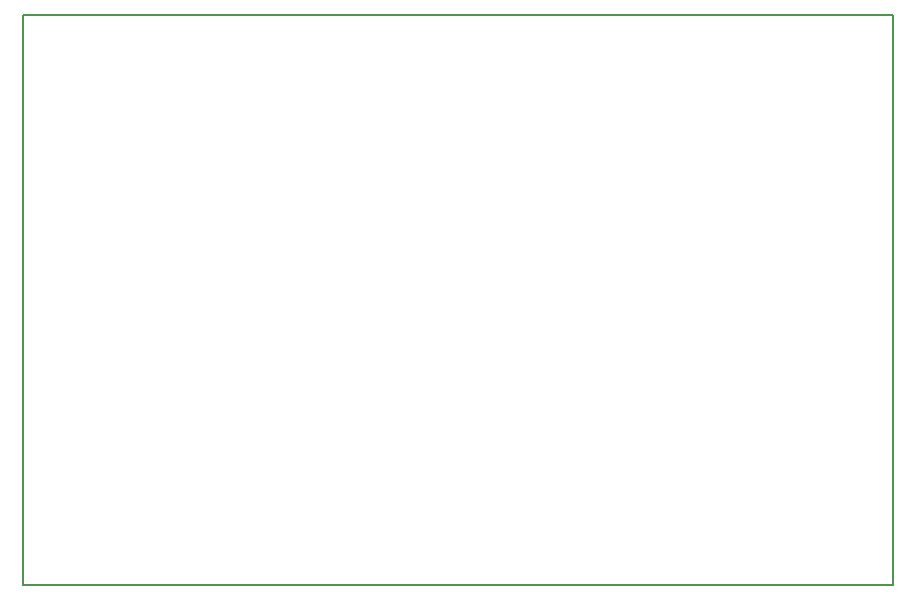
<source format=gm1>
G04 #@! TF.FileFunction,Profile,NP*
%FSLAX46Y46*%
G04 Gerber Fmt 4.6, Leading zero omitted, Abs format (unit mm)*
G04 Created by KiCad (PCBNEW 4.0.7-e2-6376~58~ubuntu16.04.1) date Thu Feb  1 11:17:09 2018*
%MOMM*%
%LPD*%
G01*
G04 APERTURE LIST*
%ADD10C,0.100000*%
%ADD11C,0.150000*%
G04 APERTURE END LIST*
D10*
D11*
X110490000Y-85090000D02*
X184150000Y-85090000D01*
X110490000Y-36830000D02*
X184150000Y-36830000D01*
X110490000Y-36830000D02*
X110490000Y-85090000D01*
X184150000Y-36830000D02*
X184150000Y-85090000D01*
M02*

</source>
